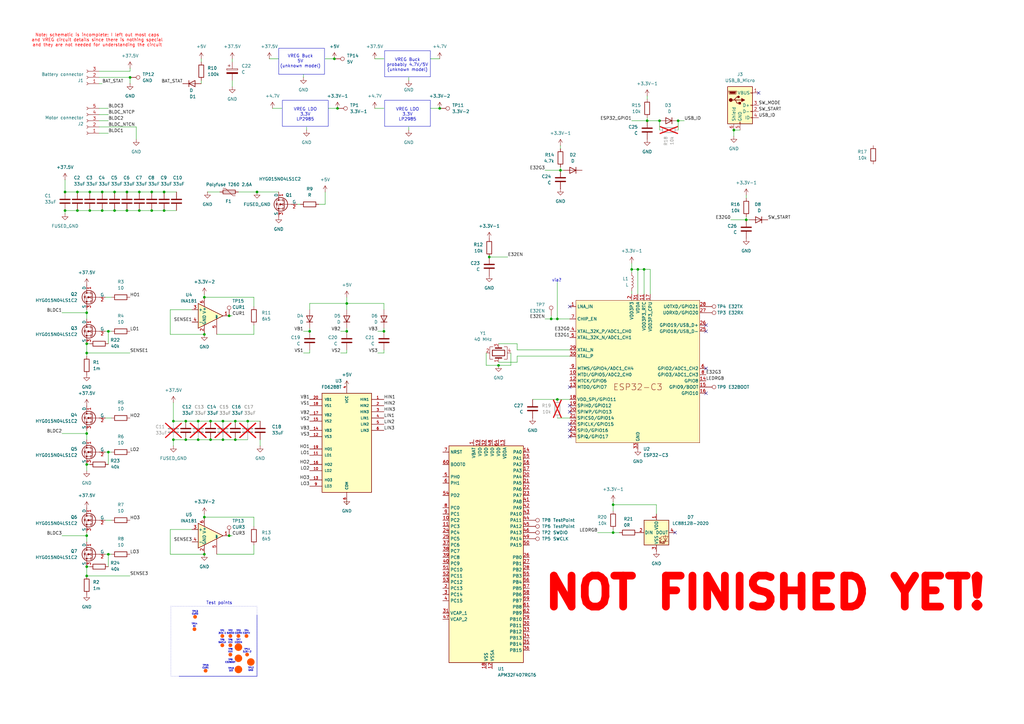
<source format=kicad_sch>
(kicad_sch (version 20231120) (generator "eeschema") (generator_version "8.0")
  (paper "A3")
  (title_block (title "Qiroll PRO 2023"))
  (junction (at 137.16 24.13))
  (junction (at 93.98 219.71))
  (junction (at 35.56 190.5))
  (junction (at 204.47 149.86))
  (junction (at 278.13 49.53))
  (junction (at 138.43 44.45))
  (junction (at 142.24 135.89))
  (junction (at 251.46 218.44))
  (junction (at 31.75 86.36))
  (junction (at 44.45 227.33))
  (junction (at 93.98 129.54))
  (junction (at 71.12 180.34))
  (junction (at 91.44 180.34))
  (junction (at 101.6 172.72))
  (junction (at 259.08 110.49))
  (junction (at 300.99 53.34))
  (junction (at 35.56 128.27))
  (junction (at 265.43 49.53))
  (junction (at 46.99 78.74))
  (junction (at 83.82 137.16))
  (junction (at 76.2 172.72))
  (junction (at 86.36 180.34))
  (junction (at 52.07 78.74))
  (junction (at 46.99 86.36))
  (junction (at 35.56 236.22))
  (junction (at 251.46 207.01))
  (junction (at 36.83 78.74))
  (junction (at 35.56 232.41))
  (junction (at 67.31 78.74))
  (junction (at 86.36 172.72))
  (junction (at 36.83 86.36))
  (junction (at 270.51 49.53))
  (junction (at 76.2 180.34))
  (junction (at 83.82 121.92))
  (junction (at 81.28 172.72))
  (junction (at 44.45 185.42))
  (junction (at 83.82 212.09))
  (junction (at 41.91 86.36))
  (junction (at 180.34 44.45))
  (junction (at 228.6 163.83))
  (junction (at 81.28 180.34))
  (junction (at 41.91 78.74))
  (junction (at 264.16 110.49))
  (junction (at 96.52 180.34))
  (junction (at 157.48 135.89))
  (junction (at 105.41 78.74))
  (junction (at 142.24 124.46))
  (junction (at 35.56 177.8))
  (junction (at 127 135.89))
  (junction (at 35.56 140.97))
  (junction (at 261.62 110.49))
  (junction (at 26.67 86.36))
  (junction (at 57.15 78.74))
  (junction (at 57.15 86.36))
  (junction (at 71.12 172.72))
  (junction (at 31.75 78.74))
  (junction (at 26.67 78.74))
  (junction (at 229.87 69.85))
  (junction (at 226.06 130.81))
  (junction (at 228.6 130.81))
  (junction (at 44.45 135.89))
  (junction (at 62.23 78.74))
  (junction (at 35.56 144.78))
  (junction (at 306.07 90.17))
  (junction (at 96.52 172.72))
  (junction (at 83.82 227.33))
  (junction (at 52.07 86.36))
  (junction (at 200.66 105.41))
  (junction (at 91.44 172.72))
  (junction (at 67.31 86.36))
  (junction (at 62.23 86.36))
  (junction (at 35.56 219.71))
  (junction (at 53.34 31.75))
  (no_connect (at 289.56 161.29))
  (no_connect (at 233.68 173.99))
  (no_connect (at 233.68 168.91))
  (no_connect (at 276.86 218.44))
  (no_connect (at 311.15 38.1))
  (no_connect (at 233.68 176.53))
  (no_connect (at 233.68 166.37))
  (no_connect (at 289.56 135.89))
  (no_connect (at 289.56 151.13))
  (no_connect (at 233.68 158.75))
  (no_connect (at 233.68 179.07))
  (no_connect (at 289.56 133.35))
  (no_connect (at 233.68 125.73))
  (wire (pts (xy 35.56 218.44) (xy 35.56 219.71)))
  (wire (pts (xy 44.45 185.42) (xy 44.45 190.5)))
  (wire (pts (xy 45.72 171.45) (xy 43.18 171.45)))
  (wire (pts (xy 69.85 127) (xy 69.85 137.16)))
  (wire (pts (xy 88.9 137.16) (xy 104.14 137.16)))
  (wire (pts (xy 111.76 44.45) (xy 115.57 44.45)))
  (wire (pts (xy 26.67 86.36) (xy 31.75 86.36)))
  (wire (pts (xy 40.64 49.53) (xy 44.45 49.53)))
  (wire (pts (xy 123.19 83.82) (xy 121.92 83.82)))
  (wire (pts (xy 127 134.62) (xy 127 135.89)))
  (wire (pts (xy 223.52 130.81) (xy 226.06 130.81)))
  (wire (pts (xy 133.35 83.82) (xy 130.81 83.82)))
  (wire (pts (xy 251.46 209.55) (xy 251.46 207.01)))
  (wire (pts (xy 259.08 107.95) (xy 259.08 110.49)))
  (wire (pts (xy 251.46 218.44) (xy 254 218.44)))
  (wire (pts (xy 35.56 177.8) (xy 25.4 177.8)))
  (wire (pts (xy 157.48 144.78) (xy 157.48 143.51)))
  (wire (pts (xy 53.34 27.94) (xy 53.34 29.21)))
  (wire (pts (xy 142.24 204.47) (xy 142.24 207.01)))
  (wire (pts (xy 139.7 144.78) (xy 142.24 144.78)))
  (wire (pts (xy 124.46 144.78) (xy 127 144.78)))
  (wire (pts (xy 259.08 49.53) (xy 265.43 49.53)))
  (wire (pts (xy 76.2 172.72) (xy 81.28 172.72)))
  (wire (pts (xy 176.53 44.45) (xy 180.34 44.45)))
  (wire (pts (xy 45.72 213.36) (xy 43.18 213.36)))
  (wire (pts (xy 41.91 86.36) (xy 46.99 86.36)))
  (wire (pts (xy 44.45 135.89) (xy 44.45 140.97)))
  (wire (pts (xy 52.07 86.36) (xy 57.15 86.36)))
  (wire (pts (xy 300.99 53.34) (xy 300.99 55.88)))
  (wire (pts (xy 55.88 52.07) (xy 40.64 52.07)))
  (wire (pts (xy 69.85 227.33) (xy 83.82 227.33)))
  (wire (pts (xy 306.07 80.01) (xy 306.07 81.28)))
  (wire (pts (xy 26.67 78.74) (xy 31.75 78.74)))
  (wire (pts (xy 261.62 110.49) (xy 259.08 110.49)))
  (wire (pts (xy 229.87 69.85) (xy 231.14 69.85)))
  (wire (pts (xy 212.09 140.97) (xy 212.09 143.51)))
  (wire (pts (xy 142.24 121.92) (xy 142.24 124.46)))
  (wire (pts (xy 35.56 176.53) (xy 35.56 177.8)))
  (wire (pts (xy 69.85 217.17) (xy 69.85 227.33)))
  (wire (pts (xy 67.31 78.74) (xy 72.39 78.74)))
  (wire (pts (xy 270.51 53.34) (xy 270.51 49.53)))
  (wire (pts (xy 45.72 227.33) (xy 44.45 227.33)))
  (wire (pts (xy 35.56 177.8) (xy 35.56 180.34)))
  (wire (pts (xy 223.52 69.85) (xy 229.87 69.85)))
  (wire (pts (xy 176.53 24.13) (xy 180.34 24.13)))
  (wire (pts (xy 35.56 219.71) (xy 35.56 222.25)))
  (wire (pts (xy 204.47 140.97) (xy 212.09 140.97)))
  (wire (pts (xy 269.24 207.01) (xy 269.24 210.82)))
  (wire (pts (xy 81.28 180.34) (xy 86.36 180.34)))
  (wire (pts (xy 40.64 29.21) (xy 53.34 29.21)))
  (wire (pts (xy 78.74 127) (xy 69.85 127)))
  (wire (pts (xy 55.88 57.15) (xy 55.88 52.07)))
  (wire (pts (xy 265.43 39.37) (xy 265.43 40.64)))
  (wire (pts (xy 41.91 78.74) (xy 46.99 78.74)))
  (wire (pts (xy 167.64 52.07) (xy 167.64 53.34)))
  (wire (pts (xy 71.12 172.72) (xy 76.2 172.72)))
  (wire (pts (xy 97.79 78.74) (xy 105.41 78.74)))
  (wire (pts (xy 199.39 144.78) (xy 199.39 149.86)))
  (wire (pts (xy 209.55 144.78) (xy 209.55 149.86)))
  (wire (pts (xy 226.06 130.81) (xy 228.6 130.81)))
  (wire (pts (xy 306.07 90.17) (xy 306.07 88.9)))
  (wire (pts (xy 95.25 129.54) (xy 93.98 129.54)))
  (wire (pts (xy 307.34 90.17) (xy 306.07 90.17)))
  (wire (pts (xy 35.56 236.22) (xy 53.34 236.22)))
  (wire (pts (xy 104.14 212.09) (xy 104.14 215.9)))
  (wire (pts (xy 67.31 86.36) (xy 72.39 86.36)))
  (wire (pts (xy 78.74 217.17) (xy 69.85 217.17)))
  (wire (pts (xy 212.09 148.59) (xy 204.47 148.59)))
  (wire (pts (xy 62.23 78.74) (xy 67.31 78.74)))
  (wire (pts (xy 264.16 110.49) (xy 266.7 110.49)))
  (wire (pts (xy 134.62 44.45) (xy 138.43 44.45)))
  (wire (pts (xy 261.62 110.49) (xy 264.16 110.49)))
  (wire (pts (xy 45.72 185.42) (xy 44.45 185.42)))
  (wire (pts (xy 35.56 127) (xy 35.56 128.27)))
  (wire (pts (xy 157.48 124.46) (xy 157.48 127)))
  (wire (pts (xy 228.6 163.83) (xy 233.68 163.83)))
  (polyline (pts (xy 73.406 277.368) (xy 105.41 277.368)))
  (wire (pts (xy 229.87 68.58) (xy 229.87 69.85)))
  (wire (pts (xy 46.99 86.36) (xy 52.07 86.36)))
  (wire (pts (xy 40.64 44.45) (xy 44.45 44.45)))
  (wire (pts (xy 251.46 217.17) (xy 251.46 218.44)))
  (wire (pts (xy 26.67 87.63) (xy 26.67 86.36)))
  (wire (pts (xy 127 124.46) (xy 142.24 124.46)))
  (wire (pts (xy 259.08 119.38) (xy 259.08 120.65)))
  (wire (pts (xy 57.15 86.36) (xy 62.23 86.36)))
  (wire (pts (xy 142.24 158.75) (xy 142.24 156.21)))
  (wire (pts (xy 265.43 49.53) (xy 270.51 49.53)))
  (wire (pts (xy 95.25 219.71) (xy 93.98 219.71)))
  (wire (pts (xy 96.52 180.34) (xy 101.6 180.34)))
  (wire (pts (xy 153.67 44.45) (xy 157.48 44.45)))
  (wire (pts (xy 104.14 121.92) (xy 104.14 125.73)))
  (wire (pts (xy 44.45 227.33) (xy 44.45 232.41)))
  (wire (pts (xy 233.68 146.05) (xy 212.09 146.05)))
  (wire (pts (xy 106.68 180.34) (xy 106.68 182.88)))
  (wire (pts (xy 82.55 33.02) (xy 82.55 34.29)))
  (wire (pts (xy 209.55 149.86) (xy 204.47 149.86)))
  (wire (pts (xy 154.94 144.78) (xy 157.48 144.78)))
  (wire (pts (xy 69.85 137.16) (xy 83.82 137.16)))
  (wire (pts (xy 228.6 115.57) (xy 228.6 130.81)))
  (wire (pts (xy 300.99 53.34) (xy 303.53 53.34)))
  (wire (pts (xy 228.6 171.45) (xy 233.68 171.45)))
  (wire (pts (xy 142.24 124.46) (xy 142.24 127)))
  (wire (pts (xy 71.12 180.34) (xy 71.12 182.88)))
  (wire (pts (xy 85.09 78.74) (xy 90.17 78.74)))
  (wire (pts (xy 25.4 219.71) (xy 35.56 219.71)))
  (wire (pts (xy 31.75 78.74) (xy 36.83 78.74)))
  (wire (pts (xy 35.56 140.97) (xy 35.56 144.78)))
  (polyline (pts (xy 105.41 252.222) (xy 105.41 277.368)))
  (wire (pts (xy 142.24 134.62) (xy 142.24 135.89)))
  (wire (pts (xy 226.06 129.54) (xy 226.06 130.81)))
  (wire (pts (xy 264.16 120.65) (xy 264.16 110.49)))
  (wire (pts (xy 46.99 78.74) (xy 52.07 78.74)))
  (wire (pts (xy 95.25 33.02) (xy 95.25 35.56)))
  (wire (pts (xy 251.46 205.74) (xy 251.46 207.01)))
  (wire (pts (xy 40.64 54.61) (xy 44.45 54.61)))
  (wire (pts (xy 95.25 25.4) (xy 95.25 24.13)))
  (wire (pts (xy 53.34 34.29) (xy 53.34 31.75)))
  (wire (pts (xy 83.82 120.65) (xy 83.82 121.92)))
  (wire (pts (xy 96.52 172.72) (xy 101.6 172.72)))
  (wire (pts (xy 35.56 190.5) (xy 36.83 190.5)))
  (wire (pts (xy 125.73 52.07) (xy 125.73 53.34)))
  (wire (pts (xy 101.6 172.72) (xy 106.68 172.72)))
  (wire (pts (xy 83.82 210.82) (xy 83.82 212.09)))
  (wire (pts (xy 154.94 135.89) (xy 157.48 135.89)))
  (wire (pts (xy 142.24 124.46) (xy 157.48 124.46)))
  (wire (pts (xy 83.82 212.09) (xy 104.14 212.09)))
  (wire (pts (xy 36.83 86.36) (xy 41.91 86.36)))
  (wire (pts (xy 91.44 172.72) (xy 96.52 172.72)))
  (wire (pts (xy 83.82 121.92) (xy 104.14 121.92)))
  (wire (pts (xy 53.34 31.75) (xy 40.64 31.75)))
  (wire (pts (xy 82.55 24.13) (xy 82.55 25.4)))
  (wire (pts (xy 124.46 30.48) (xy 124.46 31.75)))
  (wire (pts (xy 199.39 149.86) (xy 204.47 149.86)))
  (wire (pts (xy 35.56 128.27) (xy 25.4 128.27)))
  (wire (pts (xy 104.14 133.35) (xy 104.14 137.16)))
  (wire (pts (xy 35.56 193.04) (xy 35.56 190.5)))
  (wire (pts (xy 44.45 227.33) (xy 43.18 227.33)))
  (wire (pts (xy 142.24 144.78) (xy 142.24 143.51)))
  (wire (pts (xy 245.11 218.44) (xy 251.46 218.44)))
  (wire (pts (xy 278.13 49.53) (xy 280.67 49.53)))
  (wire (pts (xy 265.43 49.53) (xy 265.43 48.26)))
  (wire (pts (xy 110.49 24.13) (xy 114.3 24.13)))
  (wire (pts (xy 57.15 78.74) (xy 62.23 78.74)))
  (wire (pts (xy 212.09 143.51) (xy 233.68 143.51)))
  (wire (pts (xy 44.45 135.89) (xy 43.18 135.89)))
  (wire (pts (xy 76.2 180.34) (xy 81.28 180.34)))
  (wire (pts (xy 212.09 146.05) (xy 212.09 148.59)))
  (wire (pts (xy 35.56 140.97) (xy 36.83 140.97)))
  (wire (pts (xy 81.28 172.72) (xy 86.36 172.72)))
  (wire (pts (xy 266.7 120.65) (xy 266.7 110.49)))
  (wire (pts (xy 218.44 163.83) (xy 228.6 163.83)))
  (wire (pts (xy 133.35 78.74) (xy 133.35 83.82)))
  (wire (pts (xy 127 144.78) (xy 127 143.51)))
  (wire (pts (xy 259.08 111.76) (xy 259.08 110.49)))
  (wire (pts (xy 52.07 78.74) (xy 57.15 78.74)))
  (wire (pts (xy 35.56 144.78) (xy 53.34 144.78)))
  (wire (pts (xy 124.46 135.89) (xy 127 135.89)))
  (wire (pts (xy 229.87 59.69) (xy 229.87 60.96)))
  (wire (pts (xy 261.62 110.49) (xy 261.62 120.65)))
  (wire (pts (xy 35.56 128.27) (xy 35.56 130.81)))
  (wire (pts (xy 157.48 134.62) (xy 157.48 135.89)))
  (wire (pts (xy 278.13 49.53) (xy 278.13 53.34)))
  (wire (pts (xy 71.12 180.34) (xy 76.2 180.34)))
  (wire (pts (xy 153.67 24.13) (xy 157.48 24.13)))
  (wire (pts (xy 91.44 180.34) (xy 96.52 180.34)))
  (wire (pts (xy 31.75 86.36) (xy 36.83 86.36)))
  (wire (pts (xy 71.12 165.1) (xy 71.12 172.72)))
  (wire (pts (xy 86.36 172.72) (xy 91.44 172.72)))
  (wire (pts (xy 45.72 135.89) (xy 44.45 135.89)))
  (wire (pts (xy 139.7 135.89) (xy 142.24 135.89)))
  (wire (pts (xy 40.64 34.29) (xy 41.91 34.29)))
  (wire (pts (xy 299.72 90.17) (xy 306.07 90.17)))
  (wire (pts (xy 86.36 180.34) (xy 91.44 180.34)))
  (wire (pts (xy 35.56 232.41) (xy 35.56 236.22)))
  (wire (pts (xy 228.6 130.81) (xy 233.68 130.81)))
  (wire (pts (xy 36.83 78.74) (xy 41.91 78.74)))
  (wire (pts (xy 44.45 185.42) (xy 43.18 185.42)))
  (wire (pts (xy 88.9 227.33) (xy 104.14 227.33)))
  (wire (pts (xy 133.35 24.13) (xy 137.16 24.13)))
  (wire (pts (xy 35.56 232.41) (xy 36.83 232.41)))
  (wire (pts (xy 26.67 73.66) (xy 26.67 78.74)))
  (wire (pts (xy 127 127) (xy 127 124.46)))
  (wire (pts (xy 43.18 121.92) (xy 45.72 121.92)))
  (wire (pts (xy 40.64 46.99) (xy 44.45 46.99)))
  (wire (pts (xy 62.23 86.36) (xy 67.31 86.36)))
  (wire (pts (xy 104.14 223.52) (xy 104.14 227.33)))
  (wire (pts (xy 208.28 105.41) (xy 200.66 105.41)))
  (wire (pts (xy 35.56 146.05) (xy 35.56 144.78)))
  (wire (pts (xy 167.64 31.75) (xy 167.64 33.02)))
  (wire (pts (xy 105.41 78.74) (xy 114.3 78.74)))
  (wire (pts (xy 251.46 207.01) (xy 269.24 207.01)))
  (circle (center 91.186 260.858) (radius 0.762) (stroke (width -0.0001)) (fill (type color) (color 255 80 0 1)))
  (rectangle (start 157.734 20.828) (end 176.53 31.496))
  (rectangle (start 157.734 41.148) (end 176.53 51.816))
  (circle (center 97.79 265.43) (radius 1.545) (stroke (width -0.0001)) (fill (type color) (color 255 80 0 1)))
  (circle (center 79.756 258.064) (radius 0.762) (stroke (width -0.0001)) (fill (type color) (color 255 80 0 1)))
  (rectangle (start 115.824 41.148) (end 134.62 51.816))
  (circle (center 94.488 268.478) (radius 0.762) (stroke (width -0.0001)) (fill (type color) (color 255 80 0 1)))
  (circle (center 94.488 260.858) (radius 0.762) (stroke (width -0.0001)) (fill (type color) (color 255 80 0 1)))
  (circle (center 97.79 270.002) (radius 1.545) (stroke (width -0.0001)) (fill (type color) (color 255 80 0 1)))
  (circle (center 101.346 268.478) (radius 0.762) (stroke (width -0.0001)) (fill (type color) (color 255 80 0 1)))
  (circle (center 102.87 271.526) (radius 1.545) (stroke (width -0.0001)) (fill (type color) (color 255 80 0 1)))
  (circle (center 94.488 264.668) (radius 0.762) (stroke (width -0.0001)) (fill (type color) (color 255 80 0 1)))
  (circle (center 97.79 260.858) (radius 0.762) (stroke (width -0.0001)) (fill (type color) (color 255 80 0 1)))
  (circle (center 84.328 275.082) (radius 0.762) (stroke (width -0.0001)) (fill (type color) (color 255 80 0 1)))
  (circle (center 97.79 274.574) (radius 1.545) (stroke (width -0.0001)) (fill (type color) (color 255 80 0 1)))
  (rectangle (start 114.3 19.812) (end 133.096 30.48))
  (rectangle (start 70.104 248.666) (end 105.41 277.368) (stroke (width 0) (type dot)))
  (circle (center 91.186 264.668) (radius 0.762) (stroke (width -0.0001)) (fill (type color) (color 255 80 0 1)))
  (circle (center 80.01 252.984) (radius 0.762) (stroke (width -0.0001)) (fill (type color) (color 255 80 0 1)))
  (circle (center 101.092 260.858) (radius 0.762) (stroke (width -0.0001)) (fill (type color) (color 255 80 0 1)))
  (text "VREG Buck\n5V\n(unknown model)" (at 123.19 25.146 0) (effects (font (size 1.27 1.27))))
  (text "TP11\n3.3V-2" (at 101.346 266.954 0) (effects (font (size 0.635 0.635))))
  (text "Test points" (at 89.916 247.396 0) (effects (font (size 1.27 1.27))))
  (text "TP8\nXXX" (at 94.488 266.954 0) (effects (font (size 0.635 0.635))))
  (text "VREG LDO\n3.3V\nLP2985" (at 167.132 46.99 0) (effects (font (size 1.27 1.27))))
  (text "TP3\nE32RX" (at 97.79 259.334 0) (effects (font (size 0.635 0.635))))
  (text "TP10\n???" (at 94.742 274.828 0) (effects (font (size 0.635 0.635))))
  (text "TP6\nXXX" (at 94.488 263.144 0) (effects (font (size 0.635 0.635))))
  (text "TP5\nSWCLK" (at 91.186 263.144 0) (effects (font (size 0.635 0.635))))
  (text "NOT FINISHED YET!" (at 313.944 243.332 0) (effects (font (size 12.7 12.7) (thickness 5.08) (bold yes))))
  (text "TP14\n5V" (at 79.756 256.54 0) (effects (font (size 0.635 0.635))))
  (text "Note: schematic is incomplete; I left out most caps\nand VREG circuit details since there is nothing special\nand they are not needed for understanding the circuit" (at 39.878 16.51 0) (effects (font (size 1.27 1.27))))
  (text "TP7\nE32EN" (at 97.79 263.144 0) (effects (font (size 0.635 0.635))))
  (text "TP13\nCUR3" (at 80.01 251.46 0) (effects (font (size 0.635 0.635))))
  (text "VREG LDO\n3.3V\nLP2985" (at 125.222 46.99 0) (effects (font (size 1.27 1.27))))
  (text "TP1\n3V3-1" (at 91.186 259.334 0) (effects (font (size 0.635 0.635))))
  (text "TP15\nCUR1" (at 84.328 273.558 0) (effects (font (size 0.635 0.635))))
  (text "TP9\nE32BOOT" (at 94.488 271.272 0) (effects (font (size 0.635 0.635))))
  (text "TP12\nGND" (at 102.87 274.574 0) (effects (font (size 0.635 0.635))))
  (text "TP2\nSWDIO" (at 94.488 259.334 0) (effects (font (size 0.635 0.635))))
  (text "TP4\nE32TX" (at 101.092 259.334 0) (effects (font (size 0.635 0.635))))
  (text "VREG Buck\nprobably 4.7V/5V\n(unknown model)" (at 167.132 26.67 0) (effects (font (size 1.27 1.27))))
  (text "via?" (at 228.346 115.062 0) (effects (font (size 1.27 1.27))))
  (label "E32G0" (at 299.72 90.17 180))
  (label "E32G0" (at 233.68 135.89 180))
  (label "HO2" (at 53.34 171.45 0))
  (label "LIN3" (at 157.48 176.53 0))
  (label "VS1" (at 127 166.37 180))
  (label "BLDC1" (at 25.4 128.27 180))
  (label "VS2" (at 139.7 144.78 180))
  (label "VB2" (at 127 170.18 180))
  (label "BLDC_NTCP" (at 44.45 46.99 0))
  (label "ESP32_GPIO1" (at 259.08 49.53 180))
  (label "USB_ID" (at 280.67 49.53 0))
  (label "E32EN" (at 208.28 105.41 0))
  (label "LO2" (at 127 193.04 180))
  (label "HO2" (at 127 190.5 180))
  (label "E32G3" (at 223.52 69.85 180))
  (label "SENSE3" (at 78.74 222.25 180))
  (label "VS3" (at 154.94 144.78 180))
  (label "VB3" (at 154.94 135.89 180))
  (label "LO1" (at 127 186.69 180))
  (label "VB2" (at 139.7 135.89 180))
  (label "USB_ID" (at 311.15 48.26 0))
  (label "LEDRGB" (at 245.11 218.44 180))
  (label "LO2" (at 53.34 185.42 0))
  (label "BLDC_NTCN" (at 44.45 52.07 0))
  (label "CUR1" (at 95.25 129.54 0))
  (label "BLDC2" (at 44.45 49.53 0))
  (label "SW_START" (at 314.96 90.17 0))
  (label "VB3" (at 127 176.53 180))
  (label "SENSE3" (at 53.34 236.22 0))
  (label "BLDC1" (at 44.45 54.61 0))
  (label "LO3" (at 53.34 227.33 0))
  (label "VS2" (at 127 172.72 180))
  (label "HO3" (at 127 196.85 180))
  (label "LO3" (at 127 199.39 180))
  (label "HIN1" (at 157.48 163.83 0))
  (label "SW_START" (at 311.15 45.72 0))
  (label "LEDRGB" (at 289.56 156.21 0))
  (label "BLDC3" (at 44.45 44.45 0))
  (label "HIN2" (at 157.48 166.37 0))
  (label "VB1" (at 127 163.83 180))
  (label "HIN3" (at 157.48 168.91 0))
  (label "SENSE1" (at 78.74 132.08 180))
  (label "HO3" (at 53.34 213.36 0))
  (label "SW_MODE" (at 311.15 43.18 0))
  (label "HO1" (at 127 184.15 180))
  (label "E32G1" (at 233.68 138.43 180))
  (label "VS3" (at 127 179.07 180))
  (label "BLDC2" (at 25.4 177.8 180))
  (label "HO1" (at 53.34 121.92 0))
  (label "VB1" (at 124.46 135.89 180))
  (label "LIN1" (at 157.48 171.45 0))
  (label "VS1" (at 124.46 144.78 180))
  (label "E32EN" (at 223.52 130.81 180))
  (label "E32G3" (at 289.56 153.67 0))
  (label "LIN2" (at 157.48 173.99 0))
  (label "CUR3" (at 95.25 219.71 0))
  (label "BAT_STAT" (at 74.93 34.29 180))
  (label "BLDC3" (at 25.4 219.71 180))
  (label "SENSE1" (at 53.34 144.78 0))
  (label "BAT_STAT" (at 41.91 34.29 0))
  (label "LO1" (at 53.34 135.89 0))
  (symbol (lib_id "Device:C") (at 96.52 176.53 0) (unit 1)
    (property "Reference" "C16" (at 94.996 166.878 0) (effects (justify left)))
    (property "Value" "33uF" (at 94.996 169.418 0) (effects (justify left)))
    (property "Description" "Unpolarized capacitor" (effects (hide yes)))
  )
  (symbol (lib_id "Device:R") (at 306.07 85.09 0) (mirror y) (unit 1)
    (property "Reference" "R16" (at 303.53 83.8199 0) (effects (justify left)))
    (property "Value" "10k" (at 303.53 86.3599 0) (effects (justify left)))
    (property "Description" "Resistor" (effects (hide yes)))
  )
  (symbol (lib_id "power:GND") (at 229.87 77.47 0) (unit 1)
    (property "Reference" "#PWR046" (effects (hide yes)))
    (property "Value" "GND" (at 229.87 82.55 0))
    (property "Description" "Power symbol creates a global label with name \"GND\" , ground" (effects (hide yes)))
  )
  (symbol (lib_id "Device:Q_NMOS_DGS") (at 116.84 83.82 0) (mirror y) (unit 1)
    (property "Reference" "Q1" (at 119.888 80.01 0) (effects (justify left)))
    (property "Value" "HYG015N04LS1C2" (at 123.444 73.406 0) (effects (justify left)))
    (property "Description" "N-MOSFET transistor, drain/gate/source" (effects (hide yes)))
  )
  (symbol (lib_id "Connector:TestPoint") (at 138.43 44.45 270) (unit 1)
    (property "Reference" "TP1" (at 143.51 43.1799 90) (effects (justify left)))
    (property "Value" "3.3V-1" (at 143.51 45.7199 90) (effects (justify left)))
    (property "Description" "test point" (effects (hide yes)))
  )
  (symbol (lib_id "Device:C") (at 72.39 82.55 0) (unit 1)
    (property "Reference" "C10" (at 70.866 72.898 0) (effects (justify left)))
    (property "Value" "33uF" (at 70.866 75.438 0) (effects (justify left)))
    (property "Description" "Unpolarized capacitor" (effects (hide yes)))
  )
  (symbol (lib_id "power:+36V") (at 35.56 208.28 0) (unit 1)
    (property "Reference" "#PWR018" (effects (hide yes)))
    (property "Value" "+37.5V" (at 35.56 203.2 0))
    (property "Description" "Power symbol creates a global label with name \"+36V\"" (effects (hide yes)))
  )
  (symbol (lib_id "power:GND") (at 83.82 137.16 0) (unit 1)
    (property "Reference" "#PWR032" (effects (hide yes)))
    (property "Value" "GND" (at 83.82 142.24 0))
    (property "Description" "Power symbol creates a global label with name \"GND\" , ground" (effects (hide yes)))
  )
  (symbol (lib_id "Device:R") (at 200.66 101.6 0) (mirror y) (unit 1)
    (property "Reference" "R12" (at 198.12 100.3299 0) (effects (justify left)))
    (property "Value" "10k" (at 198.12 102.8699 0) (effects (justify left)))
    (property "Description" "Resistor" (effects (hide yes)))
  )
  (symbol (lib_id "Device:D") (at 274.32 49.53 0) (mirror y) (unit 1)
    (property "Reference" "D3" (at 275.336 43.18 0) (effects (justify left)))
    (property "Value" "D" (at 275.336 45.72 0) (effects (justify left)))
    (property "Description" "Diode" (effects (hide yes)))
    (property "Sim.Device" "D" (effects (hide yes)))
    (property "Sim.Pins" "1=K 2=A" (effects (hide yes)))
  )
  (symbol (lib_id "Device:R") (at 40.64 190.5 90) (unit 1)
    (property "Reference" "R23" (at 47.244 188.976 90))
    (property "Value" "40k" (at 47.244 191.516 90))
    (property "Description" "Resistor" (effects (hide yes)))
  )
  (symbol (lib_id "power:+36V") (at 111.76 44.45 0) (unit 1)
    (property "Reference" "#PWR034" (effects (hide yes)))
    (property "Value" "+4.7V" (at 111.76 39.37 0))
    (property "Description" "Power symbol creates a global label with name \"+36V\"" (effects (hide yes)))
  )
  (symbol (lib_id "Device:R") (at 104.14 219.71 0) (mirror x) (unit 1)
    (property "Reference" "R13" (at 109.22 218.44 0))
    (property "Value" "6k5" (at 109.22 220.98 0))
    (property "Description" "Resistor" (effects (hide yes)))
  )
  (symbol (lib_id "Connector:TestPoint") (at 217.17 218.44 270) (unit 1)
    (property "Reference" "TP2" (at 222.25 218.4399 90) (effects (justify left)))
    (property "Value" "SWDIO" (at 226.822 218.44 90) (effects (justify left)))
    (property "Description" "test point" (effects (hide yes)))
  )
  (symbol (lib_id "power:+3.3V") (at 306.07 80.01 0) (unit 1)
    (property "Reference" "#PWR051" (effects (hide yes)))
    (property "Value" "+3.3V-1" (at 306.07 74.93 0))
    (property "Description" "Power symbol creates a global label with name \"+3.3V\"" (effects (hide yes)))
  )
  (symbol (lib_id "power:GND") (at 300.99 55.88 0) (unit 1)
    (property "Reference" "#PWR050" (effects (hide yes)))
    (property "Value" "GND" (at 300.99 60.96 0))
    (property "Description" "Power symbol creates a global label with name \"GND\" , ground" (effects (hide yes)))
  )
  (symbol (lib_id "power:+3.3V") (at 83.82 120.65 0) (unit 1)
    (property "Reference" "#PWR040" (effects (hide yes)))
    (property "Value" "+3.3V-2" (at 83.82 115.57 0))
    (property "Description" "Power symbol creates a global label with name \"+3.3V\"" (effects (hide yes)))
  )
  (symbol (lib_id "power:GND") (at 35.56 193.04 0) (unit 1)
    (property "Reference" "#PWR014" (effects (hide yes)))
    (property "Value" "GND" (at 35.56 198.12 0))
    (property "Description" "Power symbol creates a global label with name \"GND\" , ground" (effects (hide yes)))
  )
  (symbol (lib_id "Device:R") (at 35.56 240.03 0) (unit 1)
    (property "Reference" "R2" (at 38.1 238.7599 0) (effects (justify left)))
    (property "Value" "1m" (at 38.1 241.2999 0) (effects (justify left)))
    (property "Description" "Resistor" (effects (hide yes)))
  )
  (symbol (lib_id "power:+36V") (at 153.67 44.45 0) (unit 1)
    (property "Reference" "#PWR037" (effects (hide yes)))
    (property "Value" "+4.7V" (at 153.67 39.37 0))
    (property "Description" "Power symbol creates a global label with name \"+36V\"" (effects (hide yes)))
  )
  (symbol (lib_id "power:GND") (at 261.62 184.15 0) (unit 1)
    (property "Reference" "#PWR033" (effects (hide yes)))
    (property "Value" "GND" (at 261.62 189.23 0))
    (property "Description" "Power symbol creates a global label with name \"GND\" , ground" (effects (hide yes)))
  )
  (symbol (lib_id "power:+5V") (at 142.24 158.75 0) (unit 1)
    (property "Reference" "#PWR028" (effects (hide yes)))
    (property "Value" "+5V" (at 142.24 153.67 0))
    (property "Description" "Power symbol creates a global label with name \"+5V\"" (effects (hide yes)))
  )
  (symbol (lib_id "Connector:Conn_01x03_Socket") (at 35.56 31.75 180) (unit 1)
    (property "Reference" "J1" (at 34.29 33.0201 0) (effects (justify left)))
    (property "Value" "Battery connector" (at 34.29 30.4801 0) (effects (justify left)))
    (property "Description" "Generic connector, single row, 01x03, script generated" (effects (hide yes)))
  )
  (symbol (lib_id "power:+3.3V") (at 229.87 59.69 0) (unit 1)
    (property "Reference" "#PWR049" (effects (hide yes)))
    (property "Value" "+3.3V-1" (at 229.87 54.61 0))
    (property "Description" "Power symbol creates a global label with name \"+3.3V\"" (effects (hide yes)))
  )
  (symbol (lib_id "Device:Crystal_GND24") (at 204.47 144.78 90) (unit 1)
    (property "Reference" "Y1" (at 198.12 136.652 90))
    (property "Value" "40 MHz" (at 198.12 139.192 90))
    (property "Description" "Four pin crystal, GND on pins 2 and 4" (effects (hide yes)))
  )
  (symbol (lib_id "Device:R") (at 49.53 135.89 90) (unit 1)
    (property "Reference" "R4" (at 49.53 129.54 90))
    (property "Value" "10" (at 49.53 132.08 90))
    (property "Description" "Resistor" (effects (hide yes)))
  )
  (symbol (lib_id "power:+5V") (at 137.16 24.13 0) (unit 1)
    (property "Reference" "#PWR04" (effects (hide yes)))
    (property "Value" "+5V" (at 137.16 19.05 0))
    (property "Description" "Power symbol creates a global label with name \"+5V\"" (effects (hide yes)))
  )
  (symbol (lib_id "Espressif:ESP32-C3") (at 261.62 153.67 0) (unit 1)
    (property "Reference" "U2" (at 263.8141 184.15 0) (effects (justify left)))
    (property "Value" "ESP32-C3" (at 263.8141 186.69 0) (effects (justify left)))
    (property "Footprint" "Package_DFN_QFN:QFN-32-1EP_5x5mm_P0.5mm_EP3.45x3.45mm" (effects (hide yes)))
    (property "Datasheet" "https://www.espressif.com/sites/default/files/documentation/esp32-c3_datasheet_en.pdf" (effects (hide yes)))
    (property "Description" "ESP32-C3 family is an ultra-low-power MCU-based SoC solution that supports 2.4 GHz Wi-Fi and Bluetooth®Low Energy (Bluetooth LE)." (effects (hide yes)))
  )
  (symbol (lib_id "Device:C") (at 57.15 82.55 0) (unit 1)
    (property "Reference" "C7" (at 55.626 72.898 0) (effects (justify left)))
    (property "Value" "33uF" (at 55.626 75.438 0) (effects (justify left)))
    (property "Description" "Unpolarized capacitor" (effects (hide yes)))
  )
  (symbol (lib_id "power:+3.3V") (at 251.46 205.74 0) (unit 1)
    (property "Reference" "#PWR055" (effects (hide yes)))
    (property "Value" "+3.3V-1" (at 251.46 200.66 0))
    (property "Description" "Power symbol creates a global label with name \"+3.3V\"" (effects (hide yes)))
  )
  (symbol (lib_id "Device:Q_NMOS_DGS") (at 38.1 121.92 0) (mirror y) (unit 1)
    (property "Reference" "Q2" (at 31.75 120.6499 0) (effects (justify left)))
    (property "Value" "HYG015N04LS1C2" (at 31.75 123.1899 0) (effects (justify left)))
    (property "Description" "N-MOSFET transistor, drain/gate/source" (effects (hide yes)))
  )
  (symbol (lib_id "Device:C") (at 67.31 82.55 0) (unit 1)
    (property "Reference" "C9" (at 65.786 72.898 0) (effects (justify left)))
    (property "Value" "33uF" (at 65.786 75.438 0) (effects (justify left)))
    (property "Description" "Unpolarized capacitor" (effects (hide yes)))
  )
  (symbol (lib_id "Device:C") (at 71.12 176.53 0) (unit 1) (dnp yes)
    (property "Reference" "C11" (at 63.754 175.006 0) (effects (justify left)))
    (property "Value" "33uF" (at 63.754 177.546 0) (effects (justify left)))
    (property "Description" "Unpolarized capacitor" (effects (hide yes)))
  )
  (symbol (lib_id "Device:R") (at 40.64 232.41 90) (unit 1)
    (property "Reference" "R24" (at 47.244 230.886 90))
    (property "Value" "40k" (at 47.244 233.426 90))
    (property "Description" "Resistor" (effects (hide yes)))
  )
  (symbol (lib_id "power:GND") (at 53.34 34.29 0) (unit 1)
    (property "Reference" "#PWR027" (effects (hide yes)))
    (property "Value" "GND" (at 53.34 39.37 0))
    (property "Description" "Power symbol creates a global label with name \"GND\" , ground" (effects (hide yes)))
  )
  (symbol (lib_id "power:GND") (at 265.43 57.15 0) (unit 1)
    (property "Reference" "#PWR047" (effects (hide yes)))
    (property "Value" "GND" (at 265.43 62.23 0))
    (property "Description" "Power symbol creates a global label with name \"GND\" , ground" (effects (hide yes)))
  )
  (symbol (lib_id "power:GND") (at 26.67 87.63 0) (unit 1)
    (property "Reference" "#PWR020" (effects (hide yes)))
    (property "Value" "FUSED_GND" (at 26.67 92.71 0))
    (property "Description" "Power symbol creates a global label with name \"GND\" , ground" (effects (hide yes)))
  )
  (symbol (lib_id "power:GND") (at 71.12 182.88 0) (unit 1)
    (property "Reference" "#PWR022" (effects (hide yes)))
    (property "Value" "FUSED_GND" (at 71.12 187.96 0))
    (property "Description" "Power symbol creates a global label with name \"GND\" , ground" (effects (hide yes)))
  )
  (symbol (lib_id "power:GND") (at 124.46 31.75 0) (unit 1)
    (property "Reference" "#PWR06" (effects (hide yes)))
    (property "Value" "GND" (at 124.46 36.83 0))
    (property "Description" "Power symbol creates a global label with name \"GND\" , ground" (effects (hide yes)))
  )
  (symbol (lib_id "Device:R") (at 40.64 140.97 90) (unit 1)
    (property "Reference" "R22" (at 47.244 139.446 90))
    (property "Value" "40k" (at 47.244 141.986 90))
    (property "Description" "Resistor" (effects (hide yes)))
  )
  (symbol (lib_id "power:GND") (at 269.24 226.06 0) (unit 1)
    (property "Reference" "#PWR054" (effects (hide yes)))
    (property "Value" "GND" (at 269.24 231.14 0))
    (property "Description" "Power symbol creates a global label with name \"GND\" , ground" (effects (hide yes)))
  )
  (symbol (lib_id "power:+36V") (at 35.56 116.84 0) (unit 1)
    (property "Reference" "#PWR016" (effects (hide yes)))
    (property "Value" "+37.5V" (at 35.56 111.76 0))
    (property "Description" "Power symbol creates a global label with name \"+36V\"" (effects (hide yes)))
  )
  (symbol (lib_id "Diode:1N4148WS") (at 142.24 130.81 90) (unit 1)
    (property "Reference" "D5" (at 139.7 129.5399 90) (effects (justify left)))
    (property "Value" "D" (at 139.7 132.0799 90) (effects (justify left)))
    (property "Footprint" "Diode_SMD:D_SOD-323" (effects (hide yes)))
    (property "Datasheet" "https://www.vishay.com/docs/85751/1n4148ws.pdf" (effects (hide yes)))
    (property "Description" "75V 0.15A Fast switching Diode, SOD-323" (effects (hide yes)))
    (property "Sim.Device" "D" (effects (hide yes)))
    (property "Sim.Pins" "1=K 2=A" (effects (hide yes)))
  )
  (symbol (lib_id "power:+3.3V") (at 83.82 210.82 0) (unit 1)
    (property "Reference" "#PWR041" (effects (hide yes)))
    (property "Value" "+3.3V-2" (at 83.82 205.74 0))
    (property "Description" "Power symbol creates a global label with name \"+3.3V\"" (effects (hide yes)))
  )
  (symbol (lib_id "power:GND") (at 167.64 33.02 0) (unit 1)
    (property "Reference" "#PWR03" (effects (hide yes)))
    (property "Value" "GND" (at 167.64 36.83 0))
    (property "Description" "Power symbol creates a global label with name \"GND\" , ground" (effects (hide yes)))
  )
  (symbol (lib_id "Device:R") (at 127 83.82 90) (unit 1)
    (property "Reference" "R9" (at 127 77.47 90))
    (property "Value" "R" (at 127 80.01 90))
    (property "Description" "Resistor" (effects (hide yes)))
  )
  (symbol (lib_id "Device:C_Polarized") (at 95.25 29.21 0) (unit 1)
    (property "Reference" "C22" (at 99.06 27.0509 0) (effects (justify left)))
    (property "Value" "C" (at 99.06 29.5909 0) (effects (justify left)))
    (property "Description" "Polarized capacitor" (effects (hide yes)))
  )
  (symbol (lib_id "Device:Q_NMOS_DGS") (at 38.1 227.33 0) (mirror y) (unit 1)
    (property "Reference" "Q7" (at 31.75 226.0599 0) (effects (justify left)))
    (property "Value" "HYG015N04LS1C2" (at 31.75 228.5999 0) (effects (justify left)))
    (property "Description" "N-MOSFET transistor, drain/gate/source" (effects (hide yes)))
  )
  (symbol (lib_id "power:+3.3V") (at 180.34 24.13 0) (unit 1)
    (property "Reference" "#PWR05" (effects (hide yes)))
    (property "Value" "+4.7V" (at 180.34 19.05 0))
    (property "Description" "Power symbol creates a global label with name \"+3.3V\"" (effects (hide yes)))
  )
  (symbol (lib_id "Device:C") (at 41.91 82.55 0) (unit 1)
    (property "Reference" "C4" (at 40.386 72.898 0) (effects (justify left)))
    (property "Value" "33uF" (at 40.386 75.438 0) (effects (justify left)))
    (property "Description" "Unpolarized capacitor" (effects (hide yes)))
  )
  (symbol (lib_id "power:GND") (at 200.66 113.03 0) (unit 1)
    (property "Reference" "#PWR044" (effects (hide yes)))
    (property "Value" "GND" (at 200.66 118.11 0))
    (property "Description" "Power symbol creates a global label with name \"GND\" , ground" (effects (hide yes)))
  )
  (symbol (lib_id "power:+5V") (at 142.24 121.92 0) (unit 1)
    (property "Reference" "#PWR025" (effects (hide yes)))
    (property "Value" "+5V" (at 142.24 116.84 0))
    (property "Description" "Power symbol creates a global label with name \"+5V\"" (effects (hide yes)))
  )
  (symbol (lib_id "power:GND") (at 204.47 149.86 0) (unit 1)
    (property "Reference" "#PWR043" (effects (hide yes)))
    (property "Value" "GND" (at 204.47 154.94 0))
    (property "Description" "Power symbol creates a global label with name \"GND\" , ground" (effects (hide yes)))
  )
  (symbol (lib_id "power:+36V") (at 26.67 73.66 0) (unit 1)
    (property "Reference" "#PWR010" (effects (hide yes)))
    (property "Value" "+37.5V" (at 26.67 68.58 0))
    (property "Description" "Power symbol creates a global label with name \"+36V\"" (effects (hide yes)))
  )
  (symbol (lib_id "power:+36V") (at 153.67 24.13 0) (unit 1)
    (property "Reference" "#PWR08" (effects (hide yes)))
    (property "Value" "+37.5V" (at 153.67 19.05 0))
    (property "Description" "Power symbol creates a global label with name \"+36V\"" (effects (hide yes)))
  )
  (symbol (lib_id "Device:C") (at 106.68 176.53 0) (unit 1)
    (property "Reference" "C18" (at 111.506 175.006 0) (effects (justify left)))
    (property "Value" "33uF" (at 111.506 177.546 0) (effects (justify left)))
    (property "Description" "Unpolarized capacitor" (effects (hide yes)))
  )
  (symbol (lib_id "power:+3.3V") (at 138.43 44.45 0) (unit 1)
    (property "Reference" "#PWR036" (effects (hide yes)))
    (property "Value" "+3.3V-1" (at 138.43 39.37 0))
    (property "Description" "Power symbol creates a global label with name \"+3.3V\"" (effects (hide yes)))
  )
  (symbol (lib_id "Connector:USB_B_Micro") (at 303.53 43.18 0) (unit 1)
    (property "Reference" "J3" (at 303.53 30.48 0))
    (property "Value" "USB_B_Micro" (at 303.53 33.02 0))
    (property "Description" "USB Micro Type B connector" (effects (hide yes)))
  )
  (symbol (lib_id "power:GND") (at 85.09 78.74 0) (unit 1)
    (property "Reference" "#PWR011" (effects (hide yes)))
    (property "Value" "GND" (at 85.09 83.82 0))
    (property "Description" "Power symbol creates a global label with name \"GND\" , ground" (effects (hide yes)))
  )
  (symbol (lib_id "Amplifier_Current:INA181") (at 86.36 219.71 0) (unit 1)
    (property "Reference" "U5" (at 77.47 211.074 0))
    (property "Value" "INA181" (at 77.47 213.614 0))
    (property "Footprint" "Package_TO_SOT_SMD:SOT-23-6" (effects (hide yes)))
    (property "Datasheet" "http://www.ti.com/lit/ds/symlink/ina181.pdf" (effects (hide yes)))
    (property "Description" "Bidirectional, Low- and High-Side Voltage Output, Current-Sense Amplifier, SOT-23-6" (effects (hide yes)))
  )
  (symbol (lib_id "Diode:1N4148WS") (at 157.48 130.81 90) (unit 1)
    (property "Reference" "D6" (at 154.94 129.5399 90) (effects (justify left)))
    (property "Value" "D" (at 154.94 132.0799 90) (effects (justify left)))
    (property "Footprint" "Diode_SMD:D_SOD-323" (effects (hide yes)))
    (property "Datasheet" "https://www.vishay.com/docs/85751/1n4148ws.pdf" (effects (hide yes)))
    (property "Description" "75V 0.15A Fast switching Diode, SOD-323" (effects (hide yes)))
    (property "Sim.Device" "D" (effects (hide yes)))
    (property "Sim.Pins" "1=K 2=A" (effects (hide yes)))
  )
  (symbol (lib_id "Connector:TestPoint") (at 180.34 44.45 270) (unit 1)
    (property "Reference" "TP11" (at 185.42 43.1799 90) (effects (justify left)))
    (property "Value" "3.3V-2" (at 185.42 45.7199 90) (effects (justify left)))
    (property "Description" "test point" (effects (hide yes)))
  )
  (symbol (lib_id "Device:C") (at 26.67 82.55 0) (unit 1)
    (property "Reference" "C1" (at 18.288 80.264 0) (effects (justify left)))
    (property "Value" "33uF" (at 18.288 82.804 0) (effects (justify left)))
    (property "Description" "Unpolarized capacitor" (effects (hide yes)))
  )
  (symbol (lib_id "Device:R") (at 358.14 63.5 0) (mirror y) (unit 1)
    (property "Reference" "R17" (at 355.6 62.2299 0) (effects (justify left)))
    (property "Value" "10k" (at 355.6 64.7699 0) (effects (justify left)))
    (property "Description" "Resistor" (effects (hide yes)))
  )
  (symbol (lib_id "Connector:TestPoint") (at 217.17 213.36 270) (unit 1)
    (property "Reference" "TP8" (at 222.25 213.3599 90) (effects (justify left)))
    (property "Value" "TestPoint" (at 226.822 213.36 90) (effects (justify left)))
    (property "Description" "test point" (effects (hide yes)))
  )
  (symbol (lib_id "Connector:TestPoint") (at 217.17 220.98 270) (unit 1)
    (property "Reference" "TP5" (at 222.25 220.9799 90) (effects (justify left)))
    (property "Value" "SWCLK" (at 226.822 220.98 90) (effects (justify left)))
    (property "Description" "test point" (effects (hide yes)))
  )
  (symbol (lib_id "Device:D") (at 234.95 69.85 180) (unit 1)
    (property "Reference" "D2" (at 234.95 63.5 0))
    (property "Value" "D" (at 234.95 66.04 0))
    (property "Description" "Diode" (effects (hide yes)))
    (property "Sim.Device" "D" (effects (hide yes)))
    (property "Sim.Pins" "1=K 2=A" (effects (hide yes)))
  )
  (symbol (lib_id "Device:C") (at 46.99 82.55 0) (unit 1)
    (property "Reference" "C5" (at 45.466 72.898 0) (effects (justify left)))
    (property "Value" "33uF" (at 45.466 75.438 0) (effects (justify left)))
    (property "Description" "Unpolarized capacitor" (effects (hide yes)))
  )
  (symbol (lib_id "Device:R") (at 49.53 185.42 90) (unit 1)
    (property "Reference" "R6" (at 49.53 179.07 90))
    (property "Value" "10" (at 49.53 181.61 90))
    (property "Description" "Resistor" (effects (hide yes)))
  )
  (symbol (lib_id "power:GND") (at 35.56 153.67 0) (unit 1)
    (property "Reference" "#PWR013" (effects (hide yes)))
    (property "Value" "GND" (at 35.56 158.75 0))
    (property "Description" "Power symbol creates a global label with name \"GND\" , ground" (effects (hide yes)))
  )
  (symbol (lib_id "Device:C") (at 229.87 73.66 0) (mirror y) (unit 1)
    (property "Reference" "C24" (at 226.06 72.3899 0) (effects (justify left)))
    (property "Value" "C" (at 226.06 74.9299 0) (effects (justify left)))
    (property "Description" "Unpolarized capacitor" (effects (hide yes)))
  )
  (symbol (lib_id "Diode:1N4148WS") (at 127 130.81 90) (unit 1)
    (property "Reference" "D4" (at 124.46 129.5399 90) (effects (justify left)))
    (property "Value" "D" (at 124.46 132.0799 90) (effects (justify left)))
    (property "Footprint" "Diode_SMD:D_SOD-323" (effects (hide yes)))
    (property "Datasheet" "https://www.vishay.com/docs/85751/1n4148ws.pdf" (effects (hide yes)))
    (property "Description" "75V 0.15A Fast switching Diode, SOD-323" (effects (hide yes)))
    (property "Sim.Device" "D" (effects (hide yes)))
    (property "Sim.Pins" "1=K 2=A" (effects (hide yes)))
  )
  (symbol (lib_id "Device:C") (at 306.07 93.98 0) (mirror y) (unit 1)
    (property "Reference" "C26" (at 302.26 92.7099 0) (effects (justify left)))
    (property "Value" "C" (at 302.26 95.2499 0) (effects (justify left)))
    (property "Description" "Unpolarized capacitor" (effects (hide yes)))
  )
  (symbol (lib_id "power:GND") (at 142.24 204.47 0) (unit 1)
    (property "Reference" "#PWR029" (effects (hide yes)))
    (property "Value" "GND" (at 142.24 209.55 0))
    (property "Description" "Power symbol creates a global label with name \"GND\" , ground" (effects (hide yes)))
  )
  (symbol (lib_id "Device:C") (at 200.66 109.22 0) (mirror y) (unit 1)
    (property "Reference" "C23" (at 196.85 107.9499 0) (effects (justify left)))
    (property "Value" "C" (at 196.85 110.4899 0) (effects (justify left)))
    (property "Description" "Unpolarized capacitor" (effects (hide yes)))
  )
  (symbol (lib_id "power:+36V") (at 53.34 27.94 0) (unit 1)
    (property "Reference" "#PWR026" (effects (hide yes)))
    (property "Value" "+37.5V" (at 53.34 22.86 0))
    (property "Description" "Power symbol creates a global label with name \"+36V\"" (effects (hide yes)))
  )
  (symbol (lib_id "Device:R") (at 257.81 218.44 270) (mirror x) (unit 1)
    (property "Reference" "R21" (at 255.778 212.852 90) (effects (justify left)))
    (property "Value" "0R" (at 255.778 215.392 90) (effects (justify left)))
    (property "Description" "Resistor" (effects (hide yes)))
  )
  (symbol (lib_id "power:GND") (at 306.07 97.79 0) (unit 1)
    (property "Reference" "#PWR052" (effects (hide yes)))
    (property "Value" "GND" (at 306.07 102.87 0))
    (property "Description" "Power symbol creates a global label with name \"GND\" , ground" (effects (hide yes)))
  )
  (symbol (lib_id "Device:C") (at 76.2 176.53 0) (unit 1)
    (property "Reference" "C12" (at 74.676 166.878 0) (effects (justify left)))
    (property "Value" "33uF" (at 74.676 169.418 0) (effects (justify left)))
    (property "Description" "Unpolarized capacitor" (effects (hide yes)))
  )
  (symbol (lib_id "MCU_ST_STM32F4:STM32F405RGTx") (at 199.39 228.6 0) (unit 1)
    (property "Reference" "U1" (at 204.1241 274.32 0) (effects (justify left)))
    (property "Value" "APM32F407RGT6" (at 204.1241 276.86 0) (effects (justify left)))
    (property "Footprint" "Package_QFP:LQFP-64_10x10mm_P0.5mm" (effects (hide yes)))
    (property "Description" "STMicroelectronics Arm Cortex-M4 MCU, 1024KB flash, 192KB RAM, 168 MHz, 1.8-3.6V, 51 GPIO, LQFP64" (effects (hide yes)))
  )
  (symbol (lib_id "Device:R") (at 251.46 213.36 0) (mirror y) (unit 1)
    (property "Reference" "R20" (at 248.92 212.0899 0) (effects (justify left)))
    (property "Value" "10k" (at 248.92 214.6299 0) (effects (justify left)))
    (property "Description" "Resistor" (effects (hide yes)))
  )
  (symbol (lib_id "Device:C") (at 265.43 53.34 0) (mirror y) (unit 1)
    (property "Reference" "C25" (at 261.62 52.0699 0) (effects (justify left)))
    (property "Value" "C" (at 261.62 54.6099 0) (effects (justify left)))
    (property "Description" "Unpolarized capacitor" (effects (hide yes)))
  )
  (symbol (lib_id "Device:C") (at 218.44 167.64 0) (mirror y) (unit 1)
    (property "Reference" "C27" (at 214.63 166.3699 0) (effects (justify left)))
    (property "Value" "C" (at 214.63 168.9099 0) (effects (justify left)))
    (property "Description" "Unpolarized capacitor" (effects (hide yes)))
  )
  (symbol (lib_id "power:+36V") (at 35.56 166.37 0) (unit 1)
    (property "Reference" "#PWR017" (effects (hide yes)))
    (property "Value" "+37.5V" (at 35.56 161.29 0))
    (property "Description" "Power symbol creates a global label with name \"+36V\"" (effects (hide yes)))
  )
  (symbol (lib_id "Connector:TestPoint") (at 217.17 215.9 270) (unit 1)
    (property "Reference" "TP6" (at 222.25 215.8999 90) (effects (justify left)))
    (property "Value" "TestPoint" (at 226.822 215.9 90) (effects (justify left)))
    (property "Description" "test point" (effects (hide yes)))
  )
  (symbol (lib_id "Connector:TestPoint") (at 289.56 125.73 270) (mirror x) (unit 1)
    (property "Reference" "TP4" (at 294.132 125.73 90) (effects (justify left)))
    (property "Value" "E32TX" (at 298.704 125.73 90) (effects (justify left)))
    (property "Description" "test point" (effects (hide yes)))
  )
  (symbol (lib_id "Device:D") (at 311.15 90.17 0) (mirror y) (unit 1)
    (property "Reference" "D8" (at 312.166 83.82 0) (effects (justify left)))
    (property "Value" "D" (at 312.166 86.36 0) (effects (justify left)))
    (property "Description" "Diode" (effects (hide yes)))
    (property "Sim.Device" "D" (effects (hide yes)))
    (property "Sim.Pins" "1=K 2=A" (effects (hide yes)))
  )
  (symbol (lib_id "Device:R") (at 82.55 29.21 0) (unit 1)
    (property "Reference" "R10" (at 85.09 27.9399 0) (effects (justify left)))
    (property "Value" "100k" (at 85.09 30.4799 0) (effects (justify left)))
    (property "Description" "Resistor" (effects (hide yes)))
  )
  (symbol (lib_id "power:+36V") (at 71.12 165.1 0) (unit 1)
    (property "Reference" "#PWR019" (effects (hide yes)))
    (property "Value" "+37.5V" (at 71.12 160.02 0))
    (property "Description" "Power symbol creates a global label with name \"+36V\"" (effects (hide yes)))
  )
  (symbol (lib_id "power:+36V") (at 110.49 24.13 0) (unit 1)
    (property "Reference" "#PWR07" (effects (hide yes)))
    (property "Value" "+37.5V" (at 110.49 19.05 0))
    (property "Description" "Power symbol creates a global label with name \"+36V\"" (effects (hide yes)))
  )
  (symbol (lib_id "Device:R") (at 265.43 44.45 0) (mirror y) (unit 1)
    (property "Reference" "R15" (at 262.89 43.1799 0) (effects (justify left)))
    (property "Value" "10k" (at 262.89 45.7199 0) (effects (justify left)))
    (property "Description" "Resistor" (effects (hide yes)))
  )
  (symbol (lib_id "Device:C") (at 36.83 82.55 0) (unit 1)
    (property "Reference" "C3" (at 35.306 72.898 0) (effects (justify left)))
    (property "Value" "33uF" (at 35.306 75.438 0) (effects (justify left)))
    (property "Description" "Unpolarized capacitor" (effects (hide yes)))
  )
  (symbol (lib_id "Device:C") (at 127 139.7 0) (mirror y) (unit 1)
    (property "Reference" "C19" (at 123.19 138.4299 0) (effects (justify left)))
    (property "Value" "C" (at 123.19 140.9699 0) (effects (justify left)))
    (property "Description" "Unpolarized capacitor" (effects (hide yes)))
  )
  (symbol (lib_id "Device:R") (at 274.32 53.34 90) (mirror x) (unit 1) (dnp yes)
    (property "Reference" "R18" (at 273.0499 55.88 0) (effects (justify left)))
    (property "Value" "10k" (at 275.5899 55.88 0) (effects (justify left)))
    (property "Description" "Resistor" (effects (hide yes)))
  )
  (symbol (lib_id "Device:R") (at 228.6 167.64 0) (mirror y) (unit 1) (dnp yes)
    (property "Reference" "R19" (at 226.06 166.3699 0) (effects (justify left)))
    (property "Value" "10k" (at 226.06 168.9099 0) (effects (justify left)))
    (property "Description" "Resistor" (effects (hide yes)))
  )
  (symbol (lib_id "Device:Q_NMOS_DGS") (at 38.1 171.45 0) (mirror y) (unit 1)
    (property "Reference" "Q4" (at 31.75 170.1799 0) (effects (justify left)))
    (property "Value" "HYG015N04LS1C2" (at 31.75 172.7199 0) (effects (justify left)))
    (property "Description" "N-MOSFET transistor, drain/gate/source" (effects (hide yes)))
  )
  (symbol (lib_id "LED:WS2812B-2020") (at 269.24 218.44 0) (unit 1)
    (property "Reference" "D7" (at 283.21 212.1214 0))
    (property "Value" "LC8812B-2020" (at 283.21 214.6614 0))
    (property "Footprint" "LED_SMD:LED_WS2812B-2020_PLCC4_2.0x2.0mm" (effects (hide yes)))
    (property "Datasheet" "https://cdn-shop.adafruit.com/product-files/4684/4684_WS2812B-2020_V1.3_EN.pdf" (effects (hide yes)))
    (property "Description" "RGB LED with integrated controller, 2.0 x 2.0 mm, 12 mA" (effects (hide yes)))
  )
  (symbol (lib_id "power:GND") (at 218.44 171.45 0) (unit 1)
    (property "Reference" "#PWR053" (effects (hide yes)))
    (property "Value" "GND" (at 218.44 176.53 0))
    (property "Description" "Power symbol creates a global label with name \"GND\" , ground" (effects (hide yes)))
  )
  (symbol (lib_id "Device:Q_NMOS_DGS") (at 38.1 213.36 0) (mirror y) (unit 1)
    (property "Reference" "Q6" (at 31.75 212.0899 0) (effects (justify left)))
    (property "Value" "HYG015N04LS1C2" (at 31.75 214.6299 0) (effects (justify left)))
    (property "Description" "N-MOSFET transistor, drain/gate/source" (effects (hide yes)))
  )
  (symbol (lib_id "power:GND") (at 106.68 182.88 0) (unit 1)
    (property "Reference" "#PWR023" (effects (hide yes)))
    (property "Value" "GND" (at 106.68 187.96 0))
    (property "Description" "Power symbol creates a global label with name \"GND\" , ground" (effects (hide yes)))
  )
  (symbol (lib_id "power:+3.3V") (at 259.08 107.95 0) (unit 1)
    (property "Reference" "#PWR030" (effects (hide yes)))
    (property "Value" "+3.3V-1" (at 259.08 102.87 0))
    (property "Description" "Power symbol creates a global label with name \"+3.3V\"" (effects (hide yes)))
  )
  (symbol (lib_id "Connector:TestPoint") (at 53.34 31.75 270) (unit 1)
    (property "Reference" "TP12" (at 58.42 30.4799 90) (effects (justify left)))
    (property "Value" "GND" (at 58.42 33.0199 90) (effects (justify left)))
    (property "Description" "test point" (effects (hide yes)))
  )
  (symbol (lib_id "Device:R") (at 49.53 213.36 90) (unit 1)
    (property "Reference" "R7" (at 49.53 207.01 90))
    (property "Value" "10" (at 49.53 209.55 90))
    (property "Description" "Resistor" (effects (hide yes)))
  )
  (symbol (lib_id "power:GND") (at 114.3 88.9 0) (unit 1)
    (property "Reference" "#PWR012" (effects (hide yes)))
    (property "Value" "GND" (at 114.3 93.98 0))
    (property "Description" "Power symbol creates a global label with name \"GND\" , ground" (effects (hide yes)))
  )
  (symbol (lib_id "Device:R") (at 229.87 64.77 0) (mirror y) (unit 1)
    (property "Reference" "R14" (at 227.33 63.4999 0) (effects (justify left)))
    (property "Value" "4.7k" (at 227.33 66.0399 0) (effects (justify left)))
    (property "Description" "Resistor" (effects (hide yes)))
  )
  (symbol (lib_id "Device:C") (at 52.07 82.55 0) (unit 1)
    (property "Reference" "C6" (at 50.546 72.898 0) (effects (justify left)))
    (property "Value" "33uF" (at 50.546 75.438 0) (effects (justify left)))
    (property "Description" "Unpolarized capacitor" (effects (hide yes)))
  )
  (symbol (lib_id "Device:C") (at 86.36 176.53 0) (unit 1)
    (property "Reference" "C14" (at 84.836 166.878 0) (effects (justify left)))
    (property "Value" "33uF" (at 84.836 169.418 0) (effects (justify left)))
    (property "Description" "Unpolarized capacitor" (effects (hide yes)))
  )
  (symbol (lib_id "Device:C") (at 101.6 176.53 0) (unit 1) (dnp yes)
    (property "Reference" "C17" (at 100.076 166.878 0) (effects (justify left)))
    (property "Value" "33uF" (at 100.076 169.418 0) (effects (justify left)))
    (property "Description" "Unpolarized capacitor" (effects (hide yes)))
  )
  (symbol (lib_id "Connector:TestPoint") (at 289.56 128.27 270) (mirror x) (unit 1)
    (property "Reference" "TP3" (at 294.132 128.27 90) (effects (justify left)))
    (property "Value" "E32RX" (at 298.704 128.27 90) (effects (justify left)))
    (property "Description" "test point" (effects (hide yes)))
  )
  (symbol (lib_id "Device:C") (at 91.44 176.53 0) (unit 1) (dnp yes)
    (property "Reference" "C15" (at 89.916 166.878 0) (effects (justify left)))
    (property "Value" "33uF" (at 89.916 169.418 0) (effects (justify left)))
    (property "Description" "Unpolarized capacitor" (effects (hide yes)))
  )
  (symbol (lib_id "Device:Polyfuse") (at 93.98 78.74 90) (mirror x) (unit 1)
    (property "Reference" "F1" (at 94.996 82.55 90) (effects (justify left)))
    (property "Value" "Polyfuse T260 2.6A" (at 103.378 75.692 90) (effects (justify left)))
    (property "Description" "Resettable fuse, polymeric positive temperature coefficient" (effects (hide yes)))
  )
  (symbol (lib_id "Connector:TestPoint") (at 137.16 24.13 270) (unit 1)
    (property "Reference" "TP14" (at 142.24 22.8599 90) (effects (justify left)))
    (property "Value" "5V" (at 142.24 25.3999 90) (effects (justify left)))
    (property "Description" "test point" (effects (hide yes)))
  )
  (symbol (lib_id "power:+3.3V") (at 180.34 44.45 0) (unit 1)
    (property "Reference" "#PWR039" (effects (hide yes)))
    (property "Value" "+3.3V-2" (at 180.34 39.37 0))
    (property "Description" "Power symbol creates a global label with name \"+3.3V\"" (effects (hide yes)))
  )
  (symbol (lib_id "Device:R") (at 49.53 121.92 90) (unit 1)
    (property "Reference" "R3" (at 49.53 115.57 90))
    (property "Value" "10" (at 49.53 118.11 90))
    (property "Description" "Resistor" (effects (hide yes)))
  )
  (symbol (lib_id "Device:C") (at 157.48 139.7 0) (mirror y) (unit 1)
    (property "Reference" "C21" (at 153.67 138.4299 0) (effects (justify left)))
    (property "Value" "C" (at 153.67 140.9699 0) (effects (justify left)))
    (property "Description" "Unpolarized capacitor" (effects (hide yes)))
  )
  (symbol (lib_id "power:GND") (at 125.73 53.34 0) (unit 1)
    (property "Reference" "#PWR035" (effects (hide yes)))
    (property "Value" "GND" (at 125.73 58.42 0))
    (property "Description" "Power symbol creates a global label with name \"GND\" , ground" (effects (hide yes)))
  )
  (symbol (lib_id "power:GND") (at 55.88 57.15 0) (unit 1)
    (property "Reference" "#PWR09" (effects (hide yes)))
    (property "Value" "GND" (at 55.88 62.23 0))
    (property "Description" "Power symbol creates a global label with name \"GND\" , ground" (effects (hide yes)))
  )
  (symbol (lib_id "Device:C") (at 62.23 82.55 0) (unit 1)
    (property "Reference" "C8" (at 60.706 72.898 0) (effects (justify left)))
    (property "Value" "33uF" (at 60.706 75.438 0) (effects (justify left)))
    (property "Description" "Unpolarized capacitor" (effects (hide yes)))
  )
  (symbol (lib_id "Device:R") (at 49.53 171.45 90) (unit 1)
    (property "Reference" "R5" (at 49.53 165.1 90))
    (property "Value" "10" (at 49.53 167.64 90))
    (property "Description" "Resistor" (effects (hide yes)))
  )
  (symbol (lib_id "Device:Q_NMOS_DGS") (at 38.1 185.42 0) (mirror y) (unit 1)
    (property "Reference" "Q5" (at 31.75 184.1499 0) (effects (justify left)))
    (property "Value" "HYG015N04LS1C2" (at 31.75 186.6899 0) (effects (justify left)))
    (property "Description" "N-MOSFET transistor, drain/gate/source" (effects (hide yes)))
  )
  (symbol (lib_id "Device:R") (at 49.53 227.33 90) (unit 1)
    (property "Reference" "R8" (at 49.53 220.98 90))
    (property "Value" "10" (at 49.53 223.52 90))
    (property "Description" "Resistor" (effects (hide yes)))
  )
  (symbol (lib_id "power:+5V") (at 82.55 24.13 0) (unit 1)
    (property "Reference" "#PWR031" (effects (hide yes)))
    (property "Value" "+5V" (at 82.55 19.05 0))
    (property "Description" "Power symbol creates a global label with name \"+5V\"" (effects (hide yes)))
  )
  (symbol (lib_id "power:GND") (at 167.64 53.34 0) (unit 1)
    (property "Reference" "#PWR038" (effects (hide yes)))
    (property "Value" "GND" (at 167.64 58.42 0))
    (property "Description" "Power symbol creates a global label with name \"GND\" , ground" (effects (hide yes)))
  )
  (symbol (lib_id "power:+3.3V") (at 265.43 39.37 0) (unit 1)
    (property "Reference" "#PWR048" (effects (hide yes)))
    (property "Value" "+3.3V-1" (at 265.43 34.29 0))
    (property "Description" "Power symbol creates a global label with name \"+3.3V\"" (effects (hide yes)))
  )
  (symbol (lib_id "Device:C") (at 31.75 82.55 0) (unit 1)
    (property "Reference" "C2" (at 30.226 72.898 0) (effects (justify left)))
    (property "Value" "33uF" (at 30.226 75.438 0) (effects (justify left)))
    (property "Description" "Unpolarized capacitor" (effects (hide yes)))
  )
  (symbol (lib_id "power:GND") (at 95.25 35.56 0) (unit 1)
    (property "Reference" "#PWR02" (effects (hide yes)))
    (property "Value" "GND" (at 95.25 40.64 0))
    (property "Description" "Power symbol creates a global label with name \"GND\" , ground" (effects (hide yes)))
  )
  (symbol (lib_id "power:+3.3V") (at 200.66 97.79 0) (unit 1)
    (property "Reference" "#PWR045" (effects (hide yes)))
    (property "Value" "+3.3V-1" (at 200.66 92.71 0))
    (property "Description" "Power symbol creates a global label with name \"+3.3V\"" (effects (hide yes)))
  )
  (symbol (lib_id "Device:L") (at 259.08 115.57 0) (mirror x) (unit 1)
    (property "Reference" "L1" (at 257.81 114.2999 0) (effects (justify right)))
    (property "Value" "L" (at 257.81 116.8399 0) (effects (justify right)))
    (property "Description" "Inductor" (effects (hide yes)))
  )
  (symbol (lib_id "power:GND") (at 83.82 227.33 0) (unit 1)
    (property "Reference" "#PWR042" (effects (hide yes)))
    (property "Value" "GND" (at 83.82 232.41 0))
    (property "Description" "Power symbol creates a global label with name \"GND\" , ground" (effects (hide yes)))
  )
  (symbol (lib_id "Diode:1N4148WS") (at 78.74 34.29 0) (mirror x) (unit 1)
    (property "Reference" "D1" (at 77.724 39.624 0) (effects (justify left)))
    (property "Value" "D" (at 77.724 37.084 0) (effects (justify left)))
    (property "Footprint" "Diode_SMD:D_SOD-323" (effects (hide yes)))
    (property "Datasheet" "https://www.vishay.com/docs/85751/1n4148ws.pdf" (effects (hide yes)))
    (property "Description" "75V 0.15A Fast switching Diode, SOD-323" (effects (hide yes)))
    (property "Sim.Device" "D" (effects (hide yes)))
    (property "Sim.Pins" "1=K 2=A" (effects (hide yes)))
  )
  (symbol (lib_id "power:+36V") (at 95.25 24.13 0) (unit 1)
    (property "Reference" "#PWR01" (effects (hide yes)))
    (property "Value" "+37.5V" (at 95.25 19.05 0))
    (property "Description" "Power symbol creates a global label with name \"+36V\"" (effects (hide yes)))
  )
  (symbol (lib_id "Connector:TestPoint") (at 289.56 158.75 270) (mirror x) (unit 1)
    (property "Reference" "TP9" (at 294.132 158.75 90) (effects (justify left)))
    (property "Value" "E32BOOT" (at 298.704 158.75 90) (effects (justify left)))
    (property "Description" "test point" (effects (hide yes)))
  )
  (symbol (lib_id "Device:Q_NMOS_DGS") (at 38.1 135.89 0) (mirror y) (unit 1)
    (property "Reference" "Q3" (at 31.75 134.6199 0) (effects (justify left)))
    (property "Value" "HYG015N04LS1C2" (at 31.75 137.1599 0) (effects (justify left)))
    (property "Description" "N-MOSFET transistor, drain/gate/source" (effects (hide yes)))
  )
  (symbol (lib_id "Device:C") (at 142.24 139.7 0) (mirror y) (unit 1)
    (property "Reference" "C20" (at 138.43 138.4299 0) (effects (justify left)))
    (property "Value" "C" (at 138.43 140.9699 0) (effects (justify left)))
    (property "Description" "Unpolarized capacitor" (effects (hide yes)))
  )
  (symbol (lib_id "power:GND") (at 105.41 78.74 0) (unit 1)
    (property "Reference" "#PWR021" (effects (hide yes)))
    (property "Value" "FUSED_GND" (at 105.41 83.82 0))
    (property "Description" "Power symbol creates a global label with name \"GND\" , ground" (effects (hide yes)))
  )
  (symbol (lib_id "power:+5V") (at 133.35 78.74 0) (unit 1)
    (property "Reference" "#PWR024" (effects (hide yes)))
    (property "Value" "+5V" (at 133.35 73.66 0))
    (property "Description" "Power symbol creates a global label with name \"+5V\"" (effects (hide yes)))
  )
  (symbol (lib_id "Amplifier_Current:INA181") (at 86.36 129.54 0) (unit 1)
    (property "Reference" "U4" (at 77.47 120.904 0))
    (property "Value" "INA181" (at 77.47 123.444 0))
    (property "Footprint" "Package_TO_SOT_SMD:SOT-23-6" (effects (hide yes)))
    (property "Datasheet" "http://www.ti.com/lit/ds/symlink/ina181.pdf" (effects (hide yes)))
    (property "Description" "Bidirectional, Low- and High-Side Voltage Output, Current-Sense Amplifier, SOT-23-6" (effects (hide yes)))
  )
  (symbol (lib_id "Device:C") (at 81.28 176.53 0) (unit 1) (dnp yes)
    (property "Reference" "C13" (at 79.756 166.878 0) (effects (justify left)))
    (property "Value" "33uF" (at 79.756 169.418 0) (effects (justify left)))
    (property "Description" "Unpolarized capacitor" (effects (hide yes)))
  )
  (symbol (lib_id "Device:R") (at 104.14 129.54 0) (mirror x) (unit 1)
    (property "Reference" "R11" (at 109.22 128.27 0))
    (property "Value" "6k5" (at 109.22 130.81 0))
    (property "Description" "Resistor" (effects (hide yes)))
  )
  (symbol (lib_id "Connector:TestPoint") (at 226.06 129.54 0) (mirror y) (unit 1)
    (property "Reference" "TP7" (at 223.52 124.9679 0) (effects (justify left)))
    (property "Value" "E32EN" (at 223.52 127.5079 0) (effects (justify left)))
    (property "Description" "test point" (effects (hide yes)))
  )
  (symbol (lib_id "power:GND") (at 35.56 243.84 0) (unit 1)
    (property "Reference" "#PWR015" (effects (hide yes)))
    (property "Value" "GND" (at 35.56 248.92 0))
    (property "Description" "Power symbol creates a global label with name \"GND\" , ground" (effects (hide yes)))
  )
  (symbol (lib_id "Connector:TestPoint") (at 93.98 219.71 0) (unit 1)
    (property "Reference" "TP13" (at 95.25 213.614 0) (effects (justify left)))
    (property "Value" "CUR3" (at 95.25 216.154 0) (effects (justify left)))
    (property "Description" "test point" (effects (hide yes)))
  )
  (symbol (lib_id "Connector:Conn_01x05_Socket") (at 35.56 49.53 180) (unit 1)
    (property "Reference" "J2" (at 34.29 50.8001 0) (effects (justify left)))
    (property "Value" "Motor connector" (at 34.29 48.2601 0) (effects (justify left)))
    (property "Description" "Generic connector, single row, 01x05, script generated" (effects (hide yes)))
  )
  (symbol (lib_id "Device:R") (at 35.56 149.86 0) (unit 1)
    (property "Reference" "R1" (at 38.1 148.5899 0) (effects (justify left)))
    (property "Value" "1m" (at 38.1 151.1299 0) (effects (justify left)))
    (property "Description" "Resistor" (effects (hide yes)))
  )
  (symbol (lib_id "FD6288Q:FD6288T") (at 142.24 181.61 0) (mirror y) (unit 1)
    (property "Reference" "U3" (at 140.2206 156.21 0) (effects (justify left)))
    (property "Value" "FD6288T" (at 140.2206 158.75 0) (effects (justify left)))
    (property "Footprint" "FD6288T:TSSOP-20" (effects (hide yes)))
    (property "MF" "Fortior Tech" (effects (hide yes)))
    (property "Description_1" "\nMOS Drivers TSSOP-20\n" (effects (hide yes)))
    (property "Package" "Package" (effects (hide yes)))
    (property "Price" "None" (effects (hide yes)))
    (property "STANDARD" "IPC-7351B" (effects (hide yes)))
    (property "MP" "FD6288T" (effects (hide yes)))
    (property "MANUFACTURER" "Fortior Tech" (effects (hide yes)))
  )
  (symbol (lib_id "Connector:TestPoint") (at 93.98 129.54 0) (unit 1)
    (property "Reference" "TP15" (at 95.25 123.444 0) (effects (justify left)))
    (property "Value" "CUR1" (at 95.25 125.984 0) (effects (justify left)))
    (property "Description" "test point" (effects (hide yes)))
  )
)
</source>
